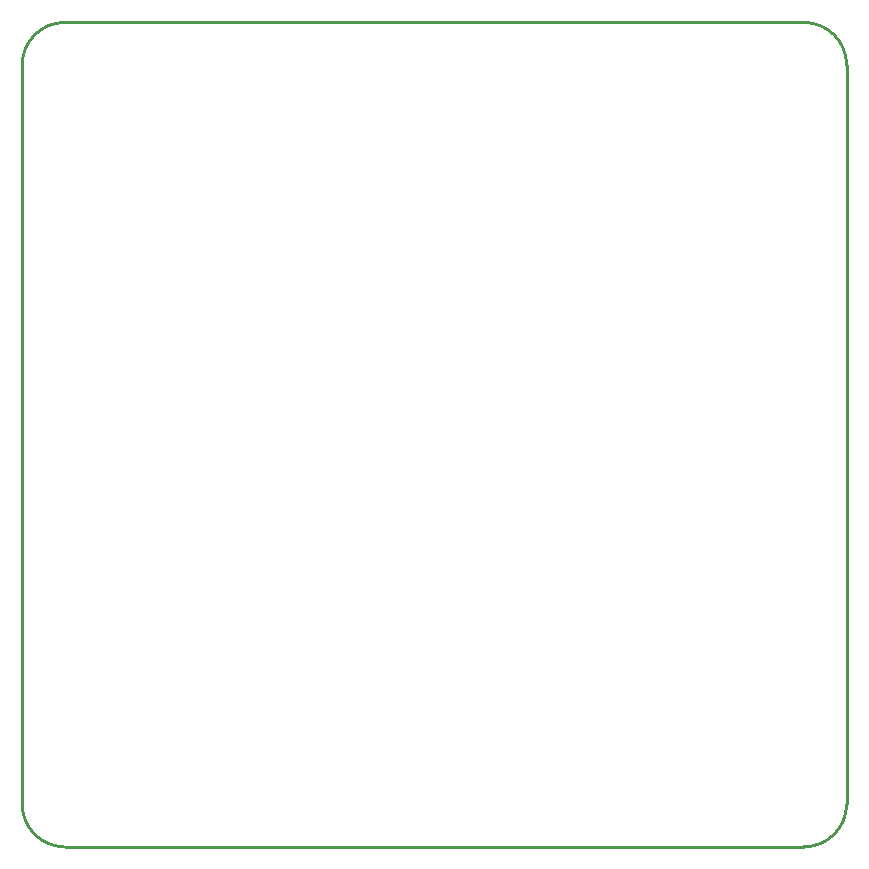
<source format=gbr>
G04 start of page 8 for group 6 idx 6 *
G04 Title: (unknown), outline *
G04 Creator: pcb 4.2.0 *
G04 CreationDate: Wed Dec  4 15:10:37 2019 UTC *
G04 For: blinken *
G04 Format: Gerber/RS-274X *
G04 PCB-Dimensions (mil): 2755.91 2755.91 *
G04 PCB-Coordinate-Origin: lower left *
%MOIN*%
%FSLAX25Y25*%
%LNOUTLINE*%
%ADD81C,0.0100*%
G54D81*X394Y261024D02*Y14567D01*
X14567Y275197D02*X261024D01*
X275197Y261024D02*Y14567D01*
X261024Y394D02*X14567D01*
G75*G02X394Y14567I0J14173D01*G01*
Y261024D02*G75*G02X14567Y275197I14173J0D01*G01*
X261024D02*G75*G02X275197Y261024I0J-14173D01*G01*
Y14567D02*G75*G02X261024Y394I-14173J0D01*G01*
M02*

</source>
